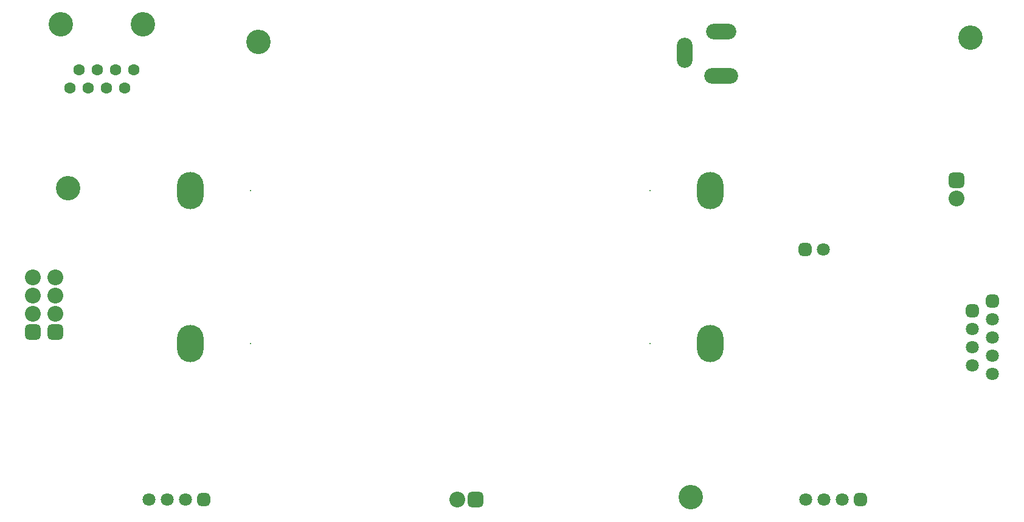
<source format=gbs>
G04*
G04 #@! TF.GenerationSoftware,Altium Limited,Altium Designer,21.6.1 (37)*
G04*
G04 Layer_Color=16711935*
%FSLAX44Y44*%
%MOMM*%
G71*
G04*
G04 #@! TF.SameCoordinates,FD64CF10-ECA6-46B9-A7EF-D48B42129E36*
G04*
G04*
G04 #@! TF.FilePolarity,Negative*
G04*
G01*
G75*
%ADD46C,1.8032*%
G04:AMPARAMS|DCode=47|XSize=1.8032mm|YSize=1.8032mm|CornerRadius=0.5016mm|HoleSize=0mm|Usage=FLASHONLY|Rotation=270.000|XOffset=0mm|YOffset=0mm|HoleType=Round|Shape=RoundedRectangle|*
%AMROUNDEDRECTD47*
21,1,1.8032,0.8000,0,0,270.0*
21,1,0.8000,1.8032,0,0,270.0*
1,1,1.0032,-0.4000,-0.4000*
1,1,1.0032,-0.4000,0.4000*
1,1,1.0032,0.4000,0.4000*
1,1,1.0032,0.4000,-0.4000*
%
%ADD47ROUNDEDRECTD47*%
%ADD48O,4.7032X2.2032*%
%ADD49O,2.2032X4.2032*%
%ADD50O,4.2032X2.2032*%
G04:AMPARAMS|DCode=51|XSize=1.8032mm|YSize=1.8032mm|CornerRadius=0.5016mm|HoleSize=0mm|Usage=FLASHONLY|Rotation=0.000|XOffset=0mm|YOffset=0mm|HoleType=Round|Shape=RoundedRectangle|*
%AMROUNDEDRECTD51*
21,1,1.8032,0.8000,0,0,0.0*
21,1,0.8000,1.8032,0,0,0.0*
1,1,1.0032,0.4000,-0.4000*
1,1,1.0032,-0.4000,-0.4000*
1,1,1.0032,-0.4000,0.4000*
1,1,1.0032,0.4000,0.4000*
%
%ADD51ROUNDEDRECTD51*%
%ADD52C,2.2032*%
G04:AMPARAMS|DCode=53|XSize=2.2032mm|YSize=2.2032mm|CornerRadius=0.6016mm|HoleSize=0mm|Usage=FLASHONLY|Rotation=0.000|XOffset=0mm|YOffset=0mm|HoleType=Round|Shape=RoundedRectangle|*
%AMROUNDEDRECTD53*
21,1,2.2032,1.0000,0,0,0.0*
21,1,1.0000,2.2032,0,0,0.0*
1,1,1.2032,0.5000,-0.5000*
1,1,1.2032,-0.5000,-0.5000*
1,1,1.2032,-0.5000,0.5000*
1,1,1.2032,0.5000,0.5000*
%
%ADD53ROUNDEDRECTD53*%
G04:AMPARAMS|DCode=54|XSize=2.2032mm|YSize=2.2032mm|CornerRadius=0.6016mm|HoleSize=0mm|Usage=FLASHONLY|Rotation=270.000|XOffset=0mm|YOffset=0mm|HoleType=Round|Shape=RoundedRectangle|*
%AMROUNDEDRECTD54*
21,1,2.2032,1.0000,0,0,270.0*
21,1,1.0000,2.2032,0,0,270.0*
1,1,1.2032,-0.5000,-0.5000*
1,1,1.2032,-0.5000,0.5000*
1,1,1.2032,0.5000,0.5000*
1,1,1.2032,0.5000,-0.5000*
%
%ADD54ROUNDEDRECTD54*%
%ADD55O,3.7032X5.2032*%
%ADD56C,0.2032*%
%ADD57C,3.4032*%
%ADD58C,1.6032*%
D46*
X1099600Y37000D02*
D03*
X1125000D02*
D03*
X1150400D02*
D03*
X185200D02*
D03*
X210600D02*
D03*
X236000D02*
D03*
X1360000Y288100D02*
D03*
Y262700D02*
D03*
Y237300D02*
D03*
Y211900D02*
D03*
X1332000Y224200D02*
D03*
Y249600D02*
D03*
Y275000D02*
D03*
X1124400Y386000D02*
D03*
D47*
X1175800Y37000D02*
D03*
X261400D02*
D03*
X1099000Y386000D02*
D03*
D48*
X981710Y627990D02*
D03*
D49*
X931710Y659990D02*
D03*
D50*
X981710Y689990D02*
D03*
D51*
X1360000Y313500D02*
D03*
X1332000Y300400D02*
D03*
D52*
X1310000Y457300D02*
D03*
X55000Y346800D02*
D03*
Y321400D02*
D03*
Y296000D02*
D03*
X24000Y346800D02*
D03*
Y321400D02*
D03*
Y296000D02*
D03*
X614300Y37000D02*
D03*
D53*
X1310000Y482700D02*
D03*
X55000Y270600D02*
D03*
X24000D02*
D03*
D54*
X639700Y37000D02*
D03*
D55*
X967000Y255000D02*
D03*
X243000D02*
D03*
X967000Y468000D02*
D03*
X243000D02*
D03*
D56*
X883000Y255000D02*
D03*
X327000D02*
D03*
X883000Y468000D02*
D03*
X327000D02*
D03*
D57*
X939800Y40070D02*
D03*
X73030Y471240D02*
D03*
X1329050Y681420D02*
D03*
X337820Y675700D02*
D03*
X176760Y699840D02*
D03*
X62460D02*
D03*
D58*
X164060Y636340D02*
D03*
X138660D02*
D03*
X113260D02*
D03*
X87860D02*
D03*
X151360Y610940D02*
D03*
X125960D02*
D03*
X100560D02*
D03*
X75160D02*
D03*
M02*

</source>
